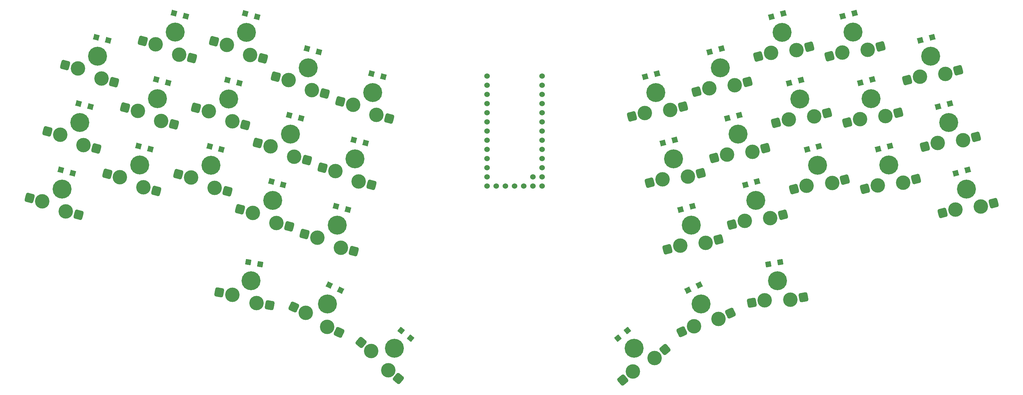
<source format=gbr>
%TF.GenerationSoftware,KiCad,Pcbnew,8.0.1*%
%TF.CreationDate,2024-04-02T20:58:10+09:00*%
%TF.ProjectId,lazyboy36,6c617a79-626f-4793-9336-2e6b69636164,rev?*%
%TF.SameCoordinates,Original*%
%TF.FileFunction,Soldermask,Bot*%
%TF.FilePolarity,Negative*%
%FSLAX46Y46*%
G04 Gerber Fmt 4.6, Leading zero omitted, Abs format (unit mm)*
G04 Created by KiCad (PCBNEW 8.0.1) date 2024-04-02 20:58:10*
%MOMM*%
%LPD*%
G01*
G04 APERTURE LIST*
G04 Aperture macros list*
%AMRoundRect*
0 Rectangle with rounded corners*
0 $1 Rounding radius*
0 $2 $3 $4 $5 $6 $7 $8 $9 X,Y pos of 4 corners*
0 Add a 4 corners polygon primitive as box body*
4,1,4,$2,$3,$4,$5,$6,$7,$8,$9,$2,$3,0*
0 Add four circle primitives for the rounded corners*
1,1,$1+$1,$2,$3*
1,1,$1+$1,$4,$5*
1,1,$1+$1,$6,$7*
1,1,$1+$1,$8,$9*
0 Add four rect primitives between the rounded corners*
20,1,$1+$1,$2,$3,$4,$5,0*
20,1,$1+$1,$4,$5,$6,$7,0*
20,1,$1+$1,$6,$7,$8,$9,0*
20,1,$1+$1,$8,$9,$2,$3,0*%
%AMRotRect*
0 Rectangle, with rotation*
0 The origin of the aperture is its center*
0 $1 length*
0 $2 width*
0 $3 Rotation angle, in degrees counterclockwise*
0 Add horizontal line*
21,1,$1,$2,0,0,$3*%
G04 Aperture macros list end*
%ADD10C,5.250000*%
%ADD11RoundRect,0.500000X-0.925029X-0.554478X0.523860X-0.942707X0.925029X0.554478X-0.523860X0.942707X0*%
%ADD12C,4.000000*%
%ADD13RoundRect,0.500000X-0.523860X-0.942707X0.925029X-0.554478X0.523860X0.942707X-0.925029X0.554478X0*%
%ADD14C,1.524000*%
%ADD15RoundRect,0.500000X-0.352202X-1.019352X1.007260X-0.385425X0.352202X1.019352X-1.007260X0.385425X0*%
%ADD16RoundRect,0.500000X-0.873183X-0.632990X0.604028X-0.893462X0.873183X0.632990X-0.604028X0.893462X0*%
%ADD17RoundRect,0.500000X-1.007260X-0.385425X0.352202X-1.019352X1.007260X0.385425X-0.352202X1.019352X0*%
%ADD18RoundRect,0.500000X-0.076373X-1.075775X1.072694X-0.111594X0.076373X1.075775X-1.072694X0.111594X0*%
%ADD19RoundRect,0.500000X-1.072694X-0.111594X0.076373X-1.075775X1.072694X0.111594X-0.076373X1.075775X0*%
%ADD20RoundRect,0.500000X-0.604028X-0.893462X0.873183X-0.632990X0.604028X0.893462X-0.873183X0.632990X0*%
%ADD21RotRect,1.524000X1.524000X195.000000*%
%ADD22RotRect,1.524000X1.524000X170.000000*%
%ADD23RotRect,1.524000X1.524000X220.000000*%
%ADD24RotRect,1.524000X1.524000X165.000000*%
%ADD25RotRect,1.524000X1.524000X205.000000*%
%ADD26RotRect,1.524000X1.524000X140.000000*%
%ADD27RotRect,1.524000X1.524000X155.000000*%
%ADD28RotRect,1.524000X1.524000X190.000000*%
G04 APERTURE END LIST*
D10*
%TO.C,SW21*%
X23276873Y-103887713D03*
D11*
X14260572Y-106337602D03*
D12*
X17810350Y-107288761D03*
X24300071Y-110114716D03*
D11*
X27849848Y-111065876D03*
%TD*%
D10*
%TO.C,SW4*%
X91446368Y-70286338D03*
D11*
X82430067Y-72736227D03*
D12*
X85979845Y-73687386D03*
X92469566Y-76513341D03*
D11*
X96019343Y-77464501D03*
%TD*%
D10*
%TO.C,SW24*%
X81585361Y-107088112D03*
D11*
X72569060Y-109538001D03*
D12*
X76118838Y-110489160D03*
X82608559Y-113315115D03*
D11*
X86158336Y-114266275D03*
%TD*%
D13*
%TO.C,SW29*%
X259755783Y-101157224D03*
D12*
X256206006Y-102108384D03*
X249172765Y-102905895D03*
D13*
X245622987Y-103857055D03*
D10*
X252206389Y-97227240D03*
%TD*%
%TO.C,SW25*%
X99468610Y-113950466D03*
D11*
X90452309Y-116400355D03*
D12*
X94002087Y-117351514D03*
X100491808Y-120177469D03*
D11*
X104041585Y-121128629D03*
%TD*%
D13*
%TO.C,SW26*%
X205070760Y-117880584D03*
D12*
X201520983Y-118831744D03*
X194487742Y-119629255D03*
D13*
X190937964Y-120580415D03*
D10*
X197521366Y-113950600D03*
%TD*%
D14*
%TO.C,U1*%
X156176400Y-72597000D03*
X156176400Y-75137000D03*
X156176400Y-77677000D03*
X156176400Y-80217000D03*
X156176400Y-82757000D03*
X156176400Y-85297000D03*
X156176400Y-87837000D03*
X156176400Y-90377000D03*
X156176400Y-92917000D03*
X156176400Y-95457000D03*
X156176400Y-97997000D03*
X156176400Y-100537000D03*
X156176400Y-103077000D03*
X153636400Y-103077000D03*
X151096400Y-103077000D03*
X148556400Y-103077000D03*
X146016400Y-103077000D03*
X143476400Y-103077000D03*
X140936400Y-103077000D03*
X140936400Y-100537000D03*
X140936400Y-97997000D03*
X140936400Y-95457000D03*
X140936400Y-92917000D03*
X140936400Y-90377000D03*
X140936400Y-87837000D03*
X140936400Y-85297000D03*
X140936400Y-82757000D03*
X140936400Y-80217000D03*
X140936400Y-77677000D03*
X140936400Y-75137000D03*
X140936400Y-72597000D03*
X153635000Y-100537000D03*
%TD*%
D13*
%TO.C,SW16*%
X200140257Y-99479697D03*
D12*
X196590480Y-100430857D03*
X189557239Y-101228368D03*
D13*
X186007461Y-102179528D03*
D10*
X192590863Y-95549713D03*
%TD*%
%TO.C,SW14*%
X86515865Y-88687225D03*
D11*
X77499564Y-91137114D03*
D12*
X81049342Y-92088273D03*
X87539063Y-94914228D03*
D11*
X91088840Y-95865388D03*
%TD*%
D13*
%TO.C,SW9*%
X249894777Y-64355450D03*
D12*
X246345000Y-65306610D03*
X239311759Y-66104121D03*
D13*
X235761981Y-67055281D03*
D10*
X242345383Y-60425466D03*
%TD*%
%TO.C,SW12*%
X49714090Y-78826219D03*
D11*
X40697789Y-81276108D03*
D12*
X44247567Y-82227267D03*
X50737288Y-85053222D03*
D11*
X54287065Y-86004382D03*
%TD*%
D10*
%TO.C,SW1*%
X33137877Y-67085939D03*
D11*
X24121576Y-69535828D03*
D12*
X27671354Y-70486987D03*
X34161075Y-73312942D03*
D11*
X37710852Y-74264102D03*
%TD*%
D13*
%TO.C,SW6*%
X195209754Y-81078810D03*
D12*
X191659977Y-82029970D03*
X184626736Y-82827481D03*
D13*
X181076958Y-83778641D03*
D10*
X187660360Y-77148826D03*
%TD*%
D13*
%TO.C,SW10*%
X271401494Y-71016056D03*
D12*
X267851717Y-71967216D03*
X260818476Y-72764727D03*
D13*
X257268698Y-73715887D03*
D10*
X263852100Y-67086072D03*
%TD*%
D13*
%TO.C,SW17*%
X218023506Y-92617342D03*
D12*
X214473729Y-93568502D03*
X207440488Y-94366013D03*
D13*
X203890710Y-95317173D03*
D10*
X210474112Y-88687358D03*
%TD*%
D15*
%TO.C,SW35*%
X208382489Y-138337570D03*
D12*
X205051808Y-139890692D03*
X198263905Y-141897397D03*
D15*
X194933223Y-143450519D03*
D10*
X200265353Y-135778230D03*
%TD*%
D13*
%TO.C,SW28*%
X240060802Y-101258097D03*
D12*
X236511025Y-102209257D03*
X229477784Y-103006768D03*
D13*
X225928006Y-103957928D03*
D10*
X232511408Y-97328113D03*
%TD*%
%TO.C,SW3*%
X74339576Y-60526206D03*
D11*
X65323275Y-62976095D03*
D12*
X68873053Y-63927254D03*
X75362774Y-66753209D03*
D11*
X78912551Y-67704369D03*
%TD*%
D10*
%TO.C,SW31*%
X75603400Y-129349116D03*
D16*
X66834931Y-132575503D03*
D12*
X70454097Y-133213660D03*
X77165423Y-135463246D03*
D16*
X80784592Y-136101403D03*
%TD*%
D10*
%TO.C,SW32*%
X96724623Y-135778098D03*
D17*
X87419882Y-136625102D03*
D12*
X90750563Y-138178224D03*
X96650968Y-142088175D03*
D17*
X99981649Y-143641297D03*
%TD*%
D10*
%TO.C,SW23*%
X64478569Y-97327980D03*
D11*
X55462268Y-99777869D03*
D12*
X59012046Y-100729028D03*
X65501767Y-103554983D03*
D11*
X69051544Y-104506143D03*
%TD*%
D10*
%TO.C,SW22*%
X44783587Y-97227106D03*
D11*
X35767286Y-99676995D03*
D12*
X39317064Y-100628154D03*
X45806785Y-103454109D03*
D11*
X49356562Y-104405269D03*
%TD*%
D18*
%TO.C,SW34*%
X190205474Y-148385764D03*
D12*
X187390260Y-150748009D03*
X181353022Y-154443175D03*
D18*
X178537809Y-156805420D03*
D10*
X181702516Y-148014501D03*
%TD*%
D13*
%TO.C,SW19*%
X254825280Y-82756337D03*
D12*
X251275503Y-83707497D03*
X244242262Y-84505008D03*
D13*
X240692484Y-85456168D03*
D10*
X247275886Y-78826353D03*
%TD*%
D13*
%TO.C,SW7*%
X213093003Y-74216455D03*
D12*
X209543226Y-75167615D03*
X202509985Y-75965126D03*
D13*
X198960207Y-76916286D03*
D10*
X205543609Y-70286471D03*
%TD*%
%TO.C,SW13*%
X69409072Y-78927093D03*
D11*
X60392771Y-81376982D03*
D12*
X63942549Y-82328141D03*
X70432270Y-85154096D03*
D11*
X73982047Y-86105256D03*
%TD*%
D10*
%TO.C,SW2*%
X54644594Y-60425332D03*
D11*
X45628293Y-62875221D03*
D12*
X49178071Y-63826380D03*
X55667792Y-66652335D03*
D11*
X59217569Y-67603495D03*
%TD*%
D10*
%TO.C,SW33*%
X115287460Y-148014369D03*
D19*
X106080549Y-146424268D03*
D12*
X108895763Y-148786512D03*
X113583147Y-154090372D03*
D19*
X116398360Y-156452617D03*
%TD*%
D13*
%TO.C,SW18*%
X235130298Y-82857210D03*
D12*
X231580521Y-83808370D03*
X224547280Y-84605881D03*
D13*
X220997502Y-85557041D03*
D10*
X227580904Y-78927226D03*
%TD*%
%TO.C,SW15*%
X104399114Y-95549579D03*
D11*
X95382813Y-97999468D03*
D12*
X98932591Y-98950627D03*
X105422312Y-101776582D03*
D11*
X108972089Y-102727742D03*
%TD*%
D10*
%TO.C,SW11*%
X28207375Y-85486826D03*
D11*
X19191074Y-87936715D03*
D12*
X22740852Y-88887874D03*
X29230573Y-91713829D03*
D11*
X32780350Y-92664989D03*
%TD*%
D13*
%TO.C,SW27*%
X222954009Y-111018229D03*
D12*
X219404232Y-111969389D03*
X212370991Y-112766900D03*
D13*
X208821213Y-113718060D03*
D10*
X215404615Y-107088245D03*
%TD*%
D13*
%TO.C,SW20*%
X276331997Y-89416943D03*
D12*
X272782220Y-90368103D03*
X265748979Y-91165614D03*
D13*
X262199201Y-92116774D03*
D10*
X268782603Y-85486959D03*
%TD*%
D13*
%TO.C,SW30*%
X281262498Y-107817831D03*
D12*
X277712721Y-108768991D03*
X270679480Y-109566502D03*
D13*
X267129702Y-110517662D03*
D10*
X273713104Y-103887847D03*
%TD*%
D13*
%TO.C,SW8*%
X230199795Y-64456323D03*
D12*
X226650018Y-65407483D03*
X219616777Y-66204994D03*
D13*
X216066999Y-67156154D03*
D10*
X222650401Y-60526339D03*
%TD*%
%TO.C,SW5*%
X109329617Y-77148692D03*
D11*
X100313316Y-79598581D03*
D12*
X103863094Y-80549740D03*
X110352815Y-83375695D03*
D11*
X113902592Y-84326855D03*
%TD*%
D20*
%TO.C,SW36*%
X228564723Y-133922250D03*
D12*
X224945554Y-134560407D03*
X217869569Y-134741896D03*
D20*
X214250401Y-135380053D03*
D10*
X221386577Y-129349248D03*
%TD*%
D21*
%TO.C,D26*%
X197869346Y-108680978D03*
X194585198Y-109560962D03*
%TD*%
%TO.C,D17*%
X210822091Y-83417737D03*
X207537943Y-84297721D03*
%TD*%
D22*
%TO.C,D31*%
X74797469Y-124129875D03*
X78145815Y-124720279D03*
%TD*%
D23*
%TO.C,D34*%
X179791854Y-143091540D03*
X177187302Y-145277018D03*
%TD*%
D21*
%TO.C,D7*%
X205891588Y-65016850D03*
X202607440Y-65896834D03*
%TD*%
%TO.C,D30*%
X274061083Y-98618226D03*
X270776935Y-99498210D03*
%TD*%
%TO.C,D20*%
X269130580Y-80217339D03*
X265846432Y-81097323D03*
%TD*%
D24*
%TO.C,D24*%
X81237382Y-101818491D03*
X84521530Y-102698475D03*
%TD*%
D21*
%TO.C,D18*%
X227928884Y-73657605D03*
X224644736Y-74537589D03*
%TD*%
%TO.C,D9*%
X242693362Y-55155845D03*
X239409214Y-56035829D03*
%TD*%
D25*
%TO.C,D35*%
X199692984Y-130528240D03*
X196611538Y-131965142D03*
%TD*%
D24*
%TO.C,D12*%
X49366111Y-73556598D03*
X52650259Y-74436582D03*
%TD*%
D21*
%TO.C,D27*%
X215752594Y-101818624D03*
X212468446Y-102698608D03*
%TD*%
D24*
%TO.C,D5*%
X108981638Y-71879071D03*
X112265786Y-72759055D03*
%TD*%
D21*
%TO.C,D28*%
X232859385Y-92058492D03*
X229575237Y-92938476D03*
%TD*%
D24*
%TO.C,D4*%
X91098389Y-65016717D03*
X94382537Y-65896701D03*
%TD*%
%TO.C,D13*%
X69061094Y-73657472D03*
X72345242Y-74537456D03*
%TD*%
D21*
%TO.C,D29*%
X252554369Y-91957618D03*
X249270221Y-92837602D03*
%TD*%
D26*
%TO.C,D33*%
X117199123Y-143091408D03*
X119803675Y-145276886D03*
%TD*%
D24*
%TO.C,D2*%
X54296614Y-55155711D03*
X57580762Y-56035695D03*
%TD*%
%TO.C,D23*%
X64130592Y-92058359D03*
X67414740Y-92938343D03*
%TD*%
%TO.C,D25*%
X99120631Y-108680845D03*
X102404779Y-109560829D03*
%TD*%
D21*
%TO.C,D10*%
X264200078Y-61816451D03*
X260915930Y-62696435D03*
%TD*%
D24*
%TO.C,D22*%
X44435608Y-91957485D03*
X47719756Y-92837469D03*
%TD*%
%TO.C,D15*%
X104051134Y-90279958D03*
X107335282Y-91159942D03*
%TD*%
%TO.C,D21*%
X22928894Y-98618092D03*
X26213042Y-99498076D03*
%TD*%
D21*
%TO.C,D16*%
X192938842Y-90280092D03*
X189654694Y-91160076D03*
%TD*%
%TO.C,D19*%
X247623865Y-73556732D03*
X244339717Y-74436716D03*
%TD*%
D27*
%TO.C,D32*%
X97296992Y-130528107D03*
X100378438Y-131965009D03*
%TD*%
D24*
%TO.C,D14*%
X86167885Y-83417604D03*
X89452033Y-84297588D03*
%TD*%
%TO.C,D1*%
X32789900Y-61816318D03*
X36074048Y-62696302D03*
%TD*%
%TO.C,D3*%
X73991596Y-55256585D03*
X77275744Y-56136569D03*
%TD*%
D21*
%TO.C,D8*%
X222998380Y-55256718D03*
X219714232Y-56136702D03*
%TD*%
D28*
%TO.C,D36*%
X222192508Y-124130009D03*
X218844162Y-124720413D03*
%TD*%
D24*
%TO.C,D11*%
X27859397Y-80217205D03*
X31143545Y-81097189D03*
%TD*%
D21*
%TO.C,D6*%
X188008339Y-71879205D03*
X184724191Y-72759189D03*
%TD*%
M02*

</source>
